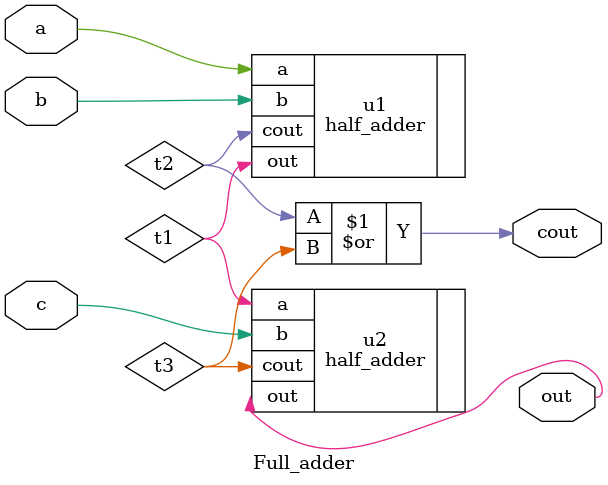
<source format=v>



module Full_adder(
	a,b,c,out,cout);
	
	input a,b,c;
	output out,cout;
	
	wire t1;
	wire t2;
	wire t3;
	
	
	half_adder u1(.a(a),.b(b),.out(t1),.cout(t2));
	
	half_adder u2(.a(t1),.b(c),.out(out),.cout(t3));
	
	assign cout = t2 | t3;

endmodule 
</source>
